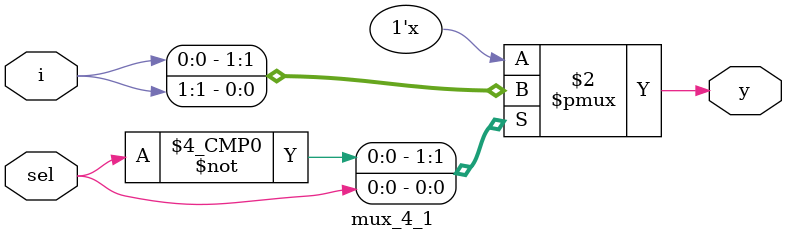
<source format=v>
module mux_4_1(i,sel,y);
  input[3:0]i;
  input sel;
  output reg y;
  always@(i,sel)
    begin
      case(sel)
        2'd0 : y = i[0];
        2'd1 : y = i[1];
        2'd2 : y = i[2];
        2'd3 : y = i[3];
        default y = 1'b0;
      endcase
    end
endmodule

</source>
